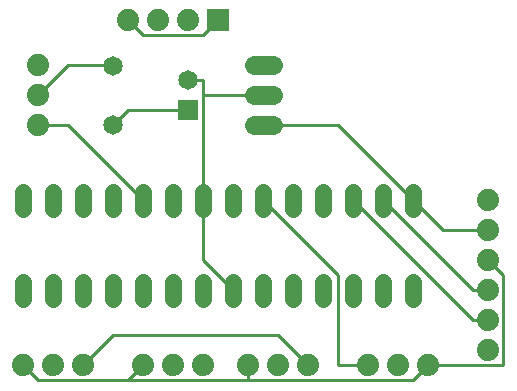
<source format=gbl>
G75*
G70*
%OFA0B0*%
%FSLAX24Y24*%
%IPPOS*%
%LPD*%
%AMOC8*
5,1,8,0,0,1.08239X$1,22.5*
%
%ADD10C,0.0740*%
%ADD11C,0.0560*%
%ADD12C,0.0650*%
%ADD13R,0.0650X0.0650*%
%ADD14C,0.0640*%
%ADD15R,0.0740X0.0740*%
%ADD16C,0.0100*%
D10*
X002681Y002681D03*
X003681Y002681D03*
X004681Y002681D03*
X006681Y002681D03*
X007681Y002681D03*
X008681Y002681D03*
X010181Y002681D03*
X011181Y002681D03*
X012181Y002681D03*
X014181Y002681D03*
X015181Y002681D03*
X016181Y002681D03*
X018181Y003181D03*
X018181Y004181D03*
X018181Y005181D03*
X018181Y006181D03*
X018181Y007181D03*
X018181Y008181D03*
X008181Y014181D03*
X007181Y014181D03*
X006181Y014181D03*
X003181Y012681D03*
X003181Y011681D03*
X003181Y010681D03*
D11*
X002681Y008461D02*
X002681Y007901D01*
X003681Y007901D02*
X003681Y008461D01*
X004681Y008461D02*
X004681Y007901D01*
X005681Y007901D02*
X005681Y008461D01*
X006681Y008461D02*
X006681Y007901D01*
X007681Y007901D02*
X007681Y008461D01*
X008681Y008461D02*
X008681Y007901D01*
X009681Y007901D02*
X009681Y008461D01*
X010681Y008461D02*
X010681Y007901D01*
X011681Y007901D02*
X011681Y008461D01*
X012681Y008461D02*
X012681Y007901D01*
X013681Y007901D02*
X013681Y008461D01*
X014681Y008461D02*
X014681Y007901D01*
X015681Y007901D02*
X015681Y008461D01*
X015681Y005461D02*
X015681Y004901D01*
X014681Y004901D02*
X014681Y005461D01*
X013681Y005461D02*
X013681Y004901D01*
X012681Y004901D02*
X012681Y005461D01*
X011681Y005461D02*
X011681Y004901D01*
X010681Y004901D02*
X010681Y005461D01*
X009681Y005461D02*
X009681Y004901D01*
X008681Y004901D02*
X008681Y005461D01*
X007681Y005461D02*
X007681Y004901D01*
X006681Y004901D02*
X006681Y005461D01*
X005681Y005461D02*
X005681Y004901D01*
X004681Y004901D02*
X004681Y005461D01*
X003681Y005461D02*
X003681Y004901D01*
X002681Y004901D02*
X002681Y005461D01*
D12*
X005681Y010697D03*
X005681Y012666D03*
X008181Y012181D03*
D13*
X008181Y011181D03*
D14*
X010361Y010681D02*
X011001Y010681D01*
X011001Y011681D02*
X010361Y011681D01*
X010361Y012681D02*
X011001Y012681D01*
D15*
X009181Y014181D03*
D16*
X002681Y002681D02*
X003181Y002181D01*
X006181Y002181D01*
X010181Y002181D01*
X010181Y002681D01*
X010181Y002181D02*
X015681Y002181D01*
X016181Y002681D01*
X018681Y002681D01*
X018681Y005681D01*
X018181Y006181D01*
X018181Y007181D02*
X016681Y007181D01*
X015681Y008181D01*
X013181Y010681D01*
X010681Y010681D01*
X010681Y011681D02*
X008681Y011681D01*
X008681Y008181D01*
X008681Y006181D01*
X009681Y005181D01*
X011181Y003681D02*
X012181Y002681D01*
X013181Y002681D02*
X014181Y002681D01*
X013181Y002681D02*
X013181Y005681D01*
X010681Y008181D01*
X013681Y008181D02*
X017681Y004181D01*
X018181Y004181D01*
X018181Y005181D02*
X017681Y005181D01*
X014681Y008181D01*
X011181Y003681D02*
X005681Y003681D01*
X004681Y002681D01*
X006181Y002181D02*
X006681Y002681D01*
X006681Y008181D02*
X004181Y010681D01*
X003181Y010681D01*
X003181Y011681D02*
X004181Y012681D01*
X005681Y012681D01*
X005681Y012666D01*
X006681Y013681D02*
X008681Y013681D01*
X009181Y014181D01*
X008681Y012181D02*
X008181Y012181D01*
X008681Y012181D02*
X008681Y011681D01*
X008181Y011181D02*
X006181Y011181D01*
X005681Y010681D01*
X005681Y010697D01*
X006681Y013681D02*
X006181Y014181D01*
M02*

</source>
